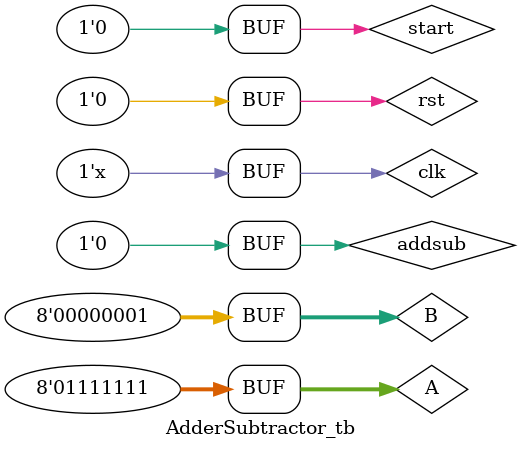
<source format=v>
`timescale 1ns/1ps

module AdderSubtractor_tb;
    reg [7:0] A;
    reg [7:0] B;
    reg rst;
    reg addsub;
    reg start;
    reg clk;

    wire [7:0] sum;
    wire cout;
    wire done;

    AdderSubtractor #(8) uut (
        .A(A),
        .B(B),
        .rst(rst),
        .addsub(addsub),
        .start(start),
        .clk(clk),
        .sum(sum),
        .cout(cout),
        .done(done)
    );

    always #5 clk = ~clk;

    initial begin
        clk = 0;
        rst = 0;
        A = 0;
        B = 0;
        addsub = 0;
        start = 0;
        rst = 1;
        #30;
        rst = 0;


//. Single. Cycle .start

  // Test Case 1: A = -128, B = -128, Subtraction
        A = 8'b10000000;  
        B = 8'b10000000;
        addsub = 1;
        start = 1;
        #10;
        start = 0;
        #70;

        // Test Case 2: A = 255, B = 1, Addition
        A = 8'b11111111;
        B = 8'b00000001;
        addsub = 0;
        start = 1;
        #10;
        start = 0;
        #70;

        A = 8'b11001000; // 200
        B = 8'b00110010; // 50
        addsub = 0;
        start = 1;
        #10;
        start = 0;
        #70;


        // Reset signal test
        rst = 1;         // Assert reset
        #10;
        rst = 0;         // Deassert reset

        // Test Case 4: A = 85, B = 51, Addition
        A = 8'b01010101;
        B = 8'b00110011;
        addsub = 0;
        start = 1;
        #10;
        start = 0;
        #70;

        // Test Case 5: A = 170, B = 15, Subtraction
        #10;
        A = 8'b10101010;
        B = 8'b00001111;
        addsub = 1;
        start = 1;
        #10;
        start = 0;
        #70;


        // Test Case 7: A = 127, B = 1, Addition
        #10;
        A = 8'b01111111;
        B = 8'b00000001;
        addsub = 0;
        start = 1;
        #10;
        start = 0;
        #70;

    end
endmodule


</source>
